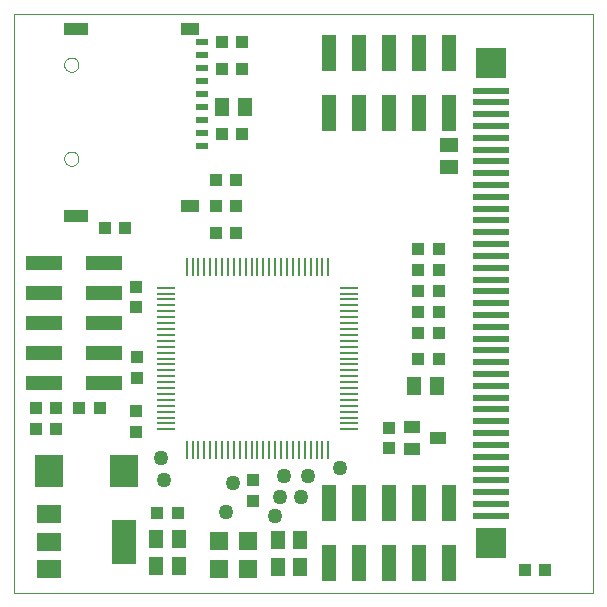
<source format=gtp>
G75*
G70*
%OFA0B0*%
%FSLAX24Y24*%
%IPPOS*%
%LPD*%
%AMOC8*
5,1,8,0,0,1.08239X$1,22.5*
%
%ADD10C,0.0000*%
%ADD11R,0.0106X0.0591*%
%ADD12R,0.0591X0.0106*%
%ADD13R,0.0512X0.0591*%
%ADD14R,0.0433X0.0394*%
%ADD15R,0.0394X0.0433*%
%ADD16R,0.0787X0.0591*%
%ADD17R,0.0787X0.1496*%
%ADD18R,0.0787X0.0394*%
%ADD19R,0.0591X0.0394*%
%ADD20R,0.0394X0.0197*%
%ADD21R,0.1200X0.0197*%
%ADD22R,0.1000X0.1000*%
%ADD23R,0.0551X0.0394*%
%ADD24R,0.0945X0.1102*%
%ADD25R,0.1213X0.0500*%
%ADD26R,0.0500X0.1213*%
%ADD27R,0.0630X0.0591*%
%ADD28R,0.0591X0.0512*%
%ADD29C,0.0500*%
D10*
X000980Y000980D02*
X000980Y020271D01*
X020271Y020271D01*
X020271Y000980D01*
X000980Y000980D01*
X002638Y015441D02*
X002640Y015471D01*
X002646Y015501D01*
X002655Y015530D01*
X002668Y015557D01*
X002685Y015582D01*
X002704Y015605D01*
X002727Y015626D01*
X002752Y015643D01*
X002778Y015657D01*
X002807Y015667D01*
X002836Y015674D01*
X002866Y015677D01*
X002897Y015676D01*
X002927Y015671D01*
X002956Y015662D01*
X002983Y015650D01*
X003009Y015635D01*
X003033Y015616D01*
X003054Y015594D01*
X003072Y015570D01*
X003087Y015543D01*
X003098Y015515D01*
X003106Y015486D01*
X003110Y015456D01*
X003110Y015426D01*
X003106Y015396D01*
X003098Y015367D01*
X003087Y015339D01*
X003072Y015312D01*
X003054Y015288D01*
X003033Y015266D01*
X003009Y015247D01*
X002983Y015232D01*
X002956Y015220D01*
X002927Y015211D01*
X002897Y015206D01*
X002866Y015205D01*
X002836Y015208D01*
X002807Y015215D01*
X002778Y015225D01*
X002752Y015239D01*
X002727Y015256D01*
X002704Y015277D01*
X002685Y015300D01*
X002668Y015325D01*
X002655Y015352D01*
X002646Y015381D01*
X002640Y015411D01*
X002638Y015441D01*
X002638Y018574D02*
X002640Y018604D01*
X002646Y018634D01*
X002655Y018663D01*
X002668Y018690D01*
X002685Y018715D01*
X002704Y018738D01*
X002727Y018759D01*
X002752Y018776D01*
X002778Y018790D01*
X002807Y018800D01*
X002836Y018807D01*
X002866Y018810D01*
X002897Y018809D01*
X002927Y018804D01*
X002956Y018795D01*
X002983Y018783D01*
X003009Y018768D01*
X003033Y018749D01*
X003054Y018727D01*
X003072Y018703D01*
X003087Y018676D01*
X003098Y018648D01*
X003106Y018619D01*
X003110Y018589D01*
X003110Y018559D01*
X003106Y018529D01*
X003098Y018500D01*
X003087Y018472D01*
X003072Y018445D01*
X003054Y018421D01*
X003033Y018399D01*
X003009Y018380D01*
X002983Y018365D01*
X002956Y018353D01*
X002927Y018344D01*
X002897Y018339D01*
X002866Y018338D01*
X002836Y018341D01*
X002807Y018348D01*
X002778Y018358D01*
X002752Y018372D01*
X002727Y018389D01*
X002704Y018410D01*
X002685Y018433D01*
X002668Y018458D01*
X002655Y018485D01*
X002646Y018514D01*
X002640Y018544D01*
X002638Y018574D01*
D11*
X006718Y011831D03*
X006915Y011831D03*
X007111Y011831D03*
X007308Y011831D03*
X007505Y011831D03*
X007702Y011831D03*
X007899Y011831D03*
X008096Y011831D03*
X008293Y011831D03*
X008489Y011831D03*
X008686Y011831D03*
X008883Y011831D03*
X009080Y011831D03*
X009277Y011831D03*
X009474Y011831D03*
X009671Y011831D03*
X009867Y011831D03*
X010064Y011831D03*
X010261Y011831D03*
X010458Y011831D03*
X010655Y011831D03*
X010852Y011831D03*
X011049Y011831D03*
X011245Y011831D03*
X011442Y011831D03*
X011442Y005729D03*
X011245Y005729D03*
X011049Y005729D03*
X010852Y005729D03*
X010655Y005729D03*
X010458Y005729D03*
X010261Y005729D03*
X010064Y005729D03*
X009867Y005729D03*
X009671Y005729D03*
X009474Y005729D03*
X009277Y005729D03*
X009080Y005729D03*
X008883Y005729D03*
X008686Y005729D03*
X008489Y005729D03*
X008293Y005729D03*
X008096Y005729D03*
X007899Y005729D03*
X007702Y005729D03*
X007505Y005729D03*
X007308Y005729D03*
X007111Y005729D03*
X006915Y005729D03*
X006718Y005729D03*
D12*
X006029Y006418D03*
X006029Y006615D03*
X006029Y006811D03*
X006029Y007008D03*
X006029Y007205D03*
X006029Y007402D03*
X006029Y007599D03*
X006029Y007796D03*
X006029Y007993D03*
X006029Y008189D03*
X006029Y008386D03*
X006029Y008583D03*
X006029Y008780D03*
X006029Y008977D03*
X006029Y009174D03*
X006029Y009371D03*
X006029Y009567D03*
X006029Y009764D03*
X006029Y009961D03*
X006029Y010158D03*
X006029Y010355D03*
X006029Y010552D03*
X006029Y010749D03*
X006029Y010945D03*
X006029Y011142D03*
X012131Y011142D03*
X012131Y010945D03*
X012131Y010749D03*
X012131Y010552D03*
X012131Y010355D03*
X012131Y010158D03*
X012131Y009961D03*
X012131Y009764D03*
X012131Y009567D03*
X012131Y009371D03*
X012131Y009174D03*
X012131Y008977D03*
X012131Y008780D03*
X012131Y008583D03*
X012131Y008386D03*
X012131Y008189D03*
X012131Y007993D03*
X012131Y007796D03*
X012131Y007599D03*
X012131Y007402D03*
X012131Y007205D03*
X012131Y007008D03*
X012131Y006811D03*
X012131Y006615D03*
X012131Y006418D03*
D13*
X014306Y007880D03*
X015054Y007880D03*
X010504Y002730D03*
X009756Y002730D03*
X009756Y001830D03*
X010504Y001830D03*
X006454Y001880D03*
X005706Y001880D03*
X005706Y002780D03*
X006454Y002780D03*
X007906Y017180D03*
X008654Y017180D03*
D14*
X008365Y013880D03*
X007695Y013880D03*
X007695Y012980D03*
X008365Y012980D03*
X014445Y008780D03*
X015115Y008780D03*
X013480Y006465D03*
X013480Y005795D03*
X006415Y003630D03*
X005745Y003630D03*
D15*
X005030Y006345D03*
X005030Y007015D03*
X005080Y008145D03*
X005080Y008815D03*
X005030Y010495D03*
X005030Y011165D03*
X004665Y013130D03*
X003995Y013130D03*
X007695Y014730D03*
X008365Y014730D03*
X008565Y016280D03*
X007895Y016280D03*
X007895Y018430D03*
X008565Y018430D03*
X008565Y019330D03*
X007895Y019330D03*
X014445Y012430D03*
X015115Y012430D03*
X015115Y011730D03*
X014445Y011730D03*
X014445Y011030D03*
X015115Y011030D03*
X015115Y010330D03*
X014445Y010330D03*
X014445Y009630D03*
X015115Y009630D03*
X008930Y004715D03*
X008930Y004045D03*
X003815Y007130D03*
X003145Y007130D03*
X002365Y007130D03*
X002365Y006430D03*
X001695Y006430D03*
X001695Y007130D03*
X017995Y001730D03*
X018665Y001730D03*
D16*
X002140Y001774D03*
X002140Y002680D03*
X002140Y003586D03*
D17*
X004620Y002680D03*
D18*
X003030Y013530D03*
X003030Y019780D03*
D19*
X006830Y019780D03*
X006830Y013880D03*
D20*
X007230Y015850D03*
X007230Y016290D03*
X007230Y016720D03*
X007230Y017160D03*
X007230Y017590D03*
X007230Y018030D03*
X007230Y018470D03*
X007230Y018910D03*
X007230Y019330D03*
D21*
X016880Y017712D03*
X016880Y017319D03*
X016880Y016925D03*
X016880Y016531D03*
X016880Y016137D03*
X016880Y015744D03*
X016880Y015350D03*
X016880Y014956D03*
X016880Y014563D03*
X016880Y014169D03*
X016880Y013775D03*
X016880Y013382D03*
X016880Y012988D03*
X016880Y012594D03*
X016880Y012200D03*
X016880Y011807D03*
X016880Y011413D03*
X016880Y011019D03*
X016880Y010626D03*
X016880Y010232D03*
X016880Y009838D03*
X016880Y009445D03*
X016880Y009051D03*
X016880Y008657D03*
X016880Y008263D03*
X016880Y007870D03*
X016880Y007476D03*
X016880Y007082D03*
X016880Y006689D03*
X016880Y006295D03*
X016880Y005901D03*
X016880Y005508D03*
X016880Y005114D03*
X016880Y004720D03*
X016880Y004326D03*
X016880Y003933D03*
X016880Y003539D03*
D22*
X016880Y002626D03*
X016880Y018626D03*
D23*
X014247Y006504D03*
X014247Y005756D03*
X015113Y006130D03*
D24*
X004620Y005030D03*
X002140Y005030D03*
D25*
X001980Y007980D03*
X001980Y008980D03*
X001980Y009980D03*
X001980Y010980D03*
X001980Y011980D03*
X003980Y011980D03*
X003980Y010980D03*
X003980Y009980D03*
X003980Y008980D03*
X003980Y007980D03*
D26*
X011480Y003980D03*
X012480Y003980D03*
X013480Y003980D03*
X014480Y003980D03*
X015480Y003980D03*
X015480Y001980D03*
X014480Y001980D03*
X013480Y001980D03*
X012480Y001980D03*
X011480Y001980D03*
X011480Y016980D03*
X012480Y016980D03*
X013480Y016980D03*
X014480Y016980D03*
X015480Y016980D03*
X015480Y018980D03*
X014480Y018980D03*
X013480Y018980D03*
X012480Y018980D03*
X011480Y018980D03*
D27*
X008772Y002683D03*
X008772Y001777D03*
X007788Y001777D03*
X007788Y002683D03*
D28*
X015480Y015156D03*
X015480Y015904D03*
D29*
X005880Y005480D03*
X005980Y004730D03*
X008030Y003680D03*
X008280Y004630D03*
X009680Y003530D03*
X009830Y004180D03*
X010530Y004180D03*
X010780Y004880D03*
X009980Y004880D03*
X011830Y005130D03*
M02*

</source>
